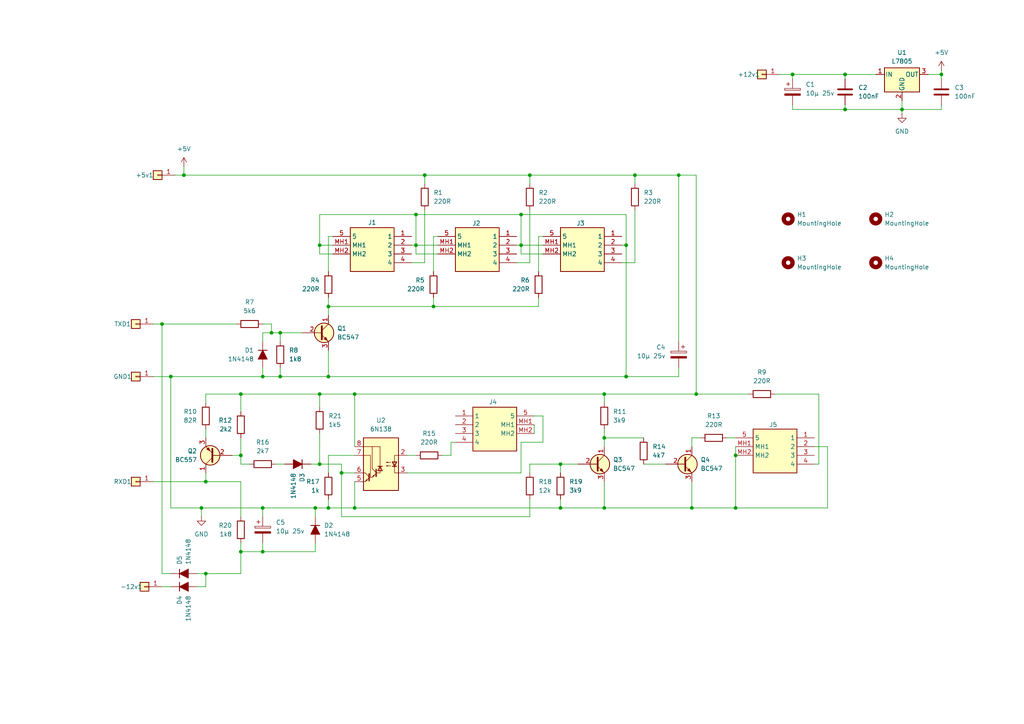
<source format=kicad_sch>
(kicad_sch (version 20250114) (generator "eeschema") (generator_version "9.0")
  (paper "A4")
  (lib_symbols
    (symbol "Connector_Generic:Conn_01x01" (pin_names (offset 1.016) (hide yes))
      (property "Reference" "J" (at 0 2.54 0))
      (property "Value" "Conn_01x01" (at 0 -2.54 0))
      (symbol "Conn_01x01_1_1"
        (rectangle (start -1.27 1.27) (end 1.27 -1.27) (stroke (width 0.254)) (fill (type background)))
        (rectangle (start -1.27 0.127) (end 0 -0.127) (stroke (width 0.1524)))
        (pin passive line (at -5.08 0 0) (length 3.81) (name "Pin_1") (number "1"))
      )
    )
    (symbol "Device:C" (pin_numbers (hide yes)) (pin_names (offset 0.254))
      (property "Reference" "C" (at 0.635 2.54 0))
      (property "Value" "C" (at 0.635 -2.54 0))
      (symbol "C_0_1"
        (polyline (pts (xy -2.032 0.762) (xy 2.032 0.762)) (stroke (width 0.508)))
        (polyline (pts (xy -2.032 -0.762) (xy 2.032 -0.762)) (stroke (width 0.508)))
      )
      (symbol "C_1_1"
        (pin passive line (at 0 3.81 270) (length 2.794) (name "~") (number "1"))
        (pin passive line (at 0 -3.81 90) (length 2.794) (name "~") (number "2"))
      )
    )
    (symbol "Device:C_Polarized" (pin_numbers (hide yes)) (pin_names (offset 0.254))
      (property "Reference" "C" (at 0.635 2.54 0))
      (property "Value" "C_Polarized" (at 0.635 -2.54 0))
      (symbol "C_Polarized_0_1"
        (rectangle (start -2.286 0.508) (end 2.286 1.016))
        (polyline (pts (xy -1.778 2.286) (xy -0.762 2.286)))
        (polyline (pts (xy -1.27 2.794) (xy -1.27 1.778)))
        (rectangle (start 2.286 -0.508) (end -2.286 -1.016) (fill (type outline)))
      )
      (symbol "C_Polarized_1_1"
        (pin passive line (at 0 3.81 270) (length 2.794) (name "~") (number "1"))
        (pin passive line (at 0 -3.81 90) (length 2.794) (name "~") (number "2"))
      )
    )
    (symbol "Device:R" (pin_numbers (hide yes)) (pin_names (offset 0))
      (property "Reference" "R" (at 2.032 0 90))
      (property "Value" "R" (at 0 0 90))
      (symbol "R_0_1"
        (rectangle (start -1.016 -2.54) (end 1.016 2.54) (stroke (width 0.254)))
      )
      (symbol "R_1_1"
        (pin passive line (at 0 3.81 270) (length 1.27) (name "~") (number "1"))
        (pin passive line (at 0 -3.81 90) (length 1.27) (name "~") (number "2"))
      )
    )
    (symbol "Isolator:6N138" (pin_names (offset 1.016) (hide yes))
      (property "Reference" "U" (at -4.064 8.89 0))
      (property "Value" "6N138" (at 2.286 8.89 0))
      (symbol "6N138_0_1"
        (rectangle (start -5.08 7.62) (end 5.08 -7.62) (stroke (width 0.254)) (fill (type background)))
        (polyline (pts (xy -5.08 -2.54) (xy -3.937 -2.54) (xy -3.937 2.54) (xy -5.08 2.54)))
        (polyline (pts (xy -4.572 -0.635) (xy -3.302 -0.635)) (stroke (width 0.254)))
        (polyline (pts (xy -3.937 -0.635) (xy -4.572 0.635) (xy -3.302 0.635) (xy -3.937 -0.635)) (stroke (width 0.254)))
        (polyline (pts (xy -2.794 0.508) (xy -1.524 0.508) (xy -1.905 0.381) (xy -1.905 0.635) (xy -1.524 0.508)))
        (polyline (pts (xy -2.794 -0.508) (xy -1.524 -0.508) (xy -1.905 -0.635) (xy -1.905 -0.381) (xy -1.524 -0.508)))
        (polyline (pts (xy 0.254 -0.635) (xy 0.889 -1.905) (xy -0.381 -1.905) (xy 0.254 -0.635)) (stroke (width 0.254)))
        (polyline (pts (xy 0.889 -0.635) (xy -0.381 -0.635)) (stroke (width 0.254)))
        (polyline (pts (xy 1.27 -2.54) (xy 0.254 -2.54) (xy 0.254 5.08) (xy 2.54 5.08)))
        (polyline (pts (xy 1.397 -1.524) (xy 1.397 -3.556) (xy 1.397 -3.556)) (stroke (width 0.3556)))
        (polyline (pts (xy 1.397 -2.413) (xy 2.54 -1.27)))
        (polyline (pts (xy 1.397 -2.667) (xy 2.54 -3.81)))
        (polyline (pts (xy 2.413 -3.683) (xy 2.159 -3.175) (xy 1.905 -3.429) (xy 2.413 -3.683)))
        (polyline (pts (xy 2.54 -1.27) (xy 2.54 5.08) (xy 5.08 5.08)))
        (polyline (pts (xy 2.54 -3.81) (xy 3.175 -3.81)))
        (polyline (pts (xy 3.429 -2.794) (xy 3.429 -4.826) (xy 3.429 -4.826)) (stroke (width 0.3556)))
        (polyline (pts (xy 3.429 -3.683) (xy 4.572 -2.54)))
        (polyline (pts (xy 3.429 -3.937) (xy 4.572 -5.08)))
        (polyline (pts (xy 4.445 -4.953) (xy 4.191 -4.445) (xy 3.937 -4.699) (xy 4.445 -4.953)))
        (polyline (pts (xy 4.572 -2.54) (xy 5.08 -2.54)))
        (polyline (pts (xy 4.572 -5.08) (xy 5.08 -5.08)))
        (polyline (pts (xy 5.08 2.54) (xy 3.048 2.54) (xy 3.048 -3.81)))
      )
      (symbol "6N138_1_1"
        (pin passive line (at -7.62 2.54 0) (length 2.54) (name "C1") (number "2"))
        (pin passive line (at -7.62 -2.54 0) (length 2.54) (name "C2") (number "3"))
        (pin no_connect line (at -5.08 5.08 0) (length 2.54) (hide yes) (name "NC") (number "1"))
        (pin no_connect line (at -5.08 -5.08 0) (length 2.54) (hide yes) (name "NC") (number "4"))
        (pin passive line (at 7.62 5.08 180) (length 2.54) (name "VCC") (number "8"))
        (pin passive line (at 7.62 2.54 180) (length 2.54) (name "VO1") (number "7"))
        (pin passive line (at 7.62 -2.54 180) (length 2.54) (name "VO2") (number "6"))
        (pin passive line (at 7.62 -5.08 180) (length 2.54) (name "GND") (number "5"))
      )
    )
    (symbol "KCDX-5S-N:KCDX-5S-N"
      (property "Reference" "J" (at 19.05 7.62 0))
      (property "Value" "KCDX-5S-N" (at 19.05 5.08 0))
      (symbol "KCDX-5S-N_1_1"
        (rectangle (start 5.08 2.54) (end 17.78 -10.16) (stroke (width 0.254)) (fill (type background)))
        (pin passive line (at 0 0 0) (length 5.08) (name "1") (number "1"))
        (pin passive line (at 0 -2.54 0) (length 5.08) (name "2") (number "2"))
        (pin passive line (at 0 -5.08 0) (length 5.08) (name "3") (number "3"))
        (pin passive line (at 0 -7.62 0) (length 5.08) (name "4") (number "4"))
        (pin passive line (at 22.86 0 180) (length 5.08) (name "5") (number "5"))
        (pin passive line (at 22.86 -2.54 180) (length 5.08) (name "MH1") (number "MH1"))
        (pin passive line (at 22.86 -5.08 180) (length 5.08) (name "MH2") (number "MH2"))
      )
    )
    (symbol "Mechanical:MountingHole" (pin_names (offset 1.016)) (in_bom no)
      (property "Reference" "H" (at 0 5.08 0))
      (property "Value" "MountingHole" (at 0 3.175 0))
      (symbol "MountingHole_0_1"
        (circle (center 0 0) (radius 1.27) (stroke (width 1.27)))
      )
    )
    (symbol "PCM_Diode_AKL:1N4148" (pin_numbers (hide yes)) (pin_names (offset 1.016) (hide yes))
      (property "Reference" "D" (at 0 5.08 0))
      (property "Value" "1N4148" (at 0 2.54 0))
      (symbol "1N4148_0_1"
        (polyline (pts (xy -1.27 1.27) (xy -1.27 -1.27) (xy 1.27 0) (xy -1.27 1.27)) (stroke (width 0.254)) (fill (type outline)))
        (polyline (pts (xy -1.27 0) (xy 1.27 0)))
        (polyline (pts (xy 1.27 1.27) (xy 1.27 -1.27)) (stroke (width 0.254)))
      )
      (symbol "1N4148_0_2"
        (polyline (pts (xy -2.54 -2.54) (xy 2.54 2.54)))
        (polyline (pts (xy -0.889 -0.889) (xy -1.778 0) (xy 0.889 0.889) (xy 0 -1.778) (xy -0.889 -0.889)) (stroke (width 0.254)) (fill (type outline)))
        (polyline (pts (xy 0 1.778) (xy 1.778 0)) (stroke (width 0.254)))
      )
      (symbol "1N4148_1_1"
        (pin passive line (at -3.81 0 0) (length 2.54) (name "A") (number "2"))
        (pin passive line (at 3.81 0 180) (length 2.54) (name "K") (number "1"))
      )
      (symbol "1N4148_1_2"
        (pin passive line (at -2.54 -2.54 0) (length 0) (name "A") (number "2"))
        (pin passive line (at 2.54 2.54 180) (length 0) (name "K") (number "1"))
      )
    )
    (symbol "PCM_Transistor_BJT_AKL:BC547" (pin_names (hide yes))
      (property "Reference" "Q" (at 5.08 1.27 0))
      (property "Value" "BC547" (at 5.08 -1.27 0))
      (symbol "BC547_0_1"
        (polyline (pts (xy 0.635 1.905) (xy 0.635 -1.905) (xy 0.635 -1.905)) (stroke (width 0.508)))
        (polyline (pts (xy 0.635 0.635) (xy 2.54 2.54)))
        (polyline (pts (xy 0.635 -0.635) (xy 2.54 -2.54) (xy 2.54 -2.54)))
        (circle (center 1.27 0) (radius 2.8194) (stroke (width 0.254)) (fill (type background)))
        (polyline (pts (xy 1.27 -1.778) (xy 1.778 -1.27) (xy 2.286 -2.286) (xy 1.27 -1.778) (xy 1.27 -1.778)) (fill (type outline)))
      )
      (symbol "BC547_1_1"
        (pin input line (at -5.08 0 0) (length 5.715) (name "B") (number "2"))
        (pin passive line (at 2.54 5.08 270) (length 2.54) (name "C") (number "1"))
        (pin passive line (at 2.54 -5.08 90) (length 2.54) (name "E") (number "3"))
      )
    )
    (symbol "PCM_Transistor_BJT_AKL:BC557" (pin_names (hide yes))
      (property "Reference" "Q" (at 5.08 1.27 0))
      (property "Value" "BC557" (at 5.08 -1.27 0))
      (symbol "BC557_0_1"
        (polyline (pts (xy 0.635 0.635) (xy 2.54 2.54) (xy 2.54 2.54)))
        (polyline (pts (xy 0.635 -0.635) (xy 2.54 -2.54)))
        (polyline (pts (xy 0.635 -1.905) (xy 0.635 1.905) (xy 0.635 1.905)) (stroke (width 0.508)))
        (circle (center 1.27 0) (radius 2.8194) (stroke (width 0.254)) (fill (type background)))
        (polyline (pts (xy 2.286 1.778) (xy 1.778 2.286) (xy 1.27 1.27) (xy 2.286 1.778) (xy 2.286 1.778)) (fill (type outline)))
      )
      (symbol "BC557_1_1"
        (pin input line (at -5.08 0 0) (length 5.715) (name "B") (number "2"))
        (pin passive line (at 2.54 5.08 270) (length 2.54) (name "E") (number "3"))
        (pin passive line (at 2.54 -5.08 90) (length 2.54) (name "C") (number "1"))
      )
    )
    (symbol "Regulator_Linear:L7805" (pin_names (offset 0.254))
      (property "Reference" "U" (at -3.81 3.175 0))
      (property "Value" "L7805" (at 0 3.175 0))
      (symbol "L7805_0_1"
        (rectangle (start -5.08 1.905) (end 5.08 -5.08) (stroke (width 0.254)) (fill (type background)))
      )
      (symbol "L7805_1_1"
        (pin power_in line (at -7.62 0 0) (length 2.54) (name "IN") (number "1"))
        (pin power_in line (at 0 -7.62 90) (length 2.54) (name "GND") (number "2"))
        (pin power_out line (at 7.62 0 180) (length 2.54) (name "OUT") (number "3"))
      )
    )
    (symbol "power:+5V" (power) (pin_numbers (hide yes)) (pin_names (offset 0) (hide yes))
      (property "Value" "+5V" (at 0 3.556 0))
      (symbol "+5V_0_1"
        (polyline (pts (xy -0.762 1.27) (xy 0 2.54)))
        (polyline (pts (xy 0 2.54) (xy 0.762 1.27)))
        (polyline (pts (xy 0 0) (xy 0 2.54)))
      )
      (symbol "+5V_1_1"
        (pin power_in line (at 0 0 90) (length 0) (name "~") (number "1"))
      )
    )
    (symbol "power:GND" (power) (pin_numbers (hide yes)) (pin_names (offset 0) (hide yes))
      (property "Value" "GND" (at 0 -3.81 0))
      (symbol "GND_0_1"
        (polyline (pts (xy 0 0) (xy 0 -1.27) (xy 1.27 -1.27) (xy 0 -2.54) (xy -1.27 -1.27) (xy 0 -1.27)))
      )
      (symbol "GND_1_1"
        (pin power_in line (at 0 0 270) (length 0) (name "~") (number "1"))
      )
    )
  )
  (junction (at 91.44 147.32))
  (junction (at 181.61 109.22))
  (junction (at 153.67 50.8))
  (junction (at 125.73 88.9))
  (junction (at 49.53 109.22))
  (junction (at 120.65 62.23))
  (junction (at 120.65 71.12))
  (junction (at 175.26 114.3))
  (junction (at 184.15 50.8))
  (junction (at 99.06 137.16))
  (junction (at 92.71 134.62))
  (junction (at 81.28 96.52))
  (junction (at 81.28 109.22))
  (junction (at 151.13 71.12))
  (junction (at 213.36 132.08))
  (junction (at 92.71 114.3))
  (junction (at 69.85 160.02))
  (junction (at 261.62 31.75))
  (junction (at 213.36 147.32))
  (junction (at 196.85 50.8))
  (junction (at 95.25 109.22))
  (junction (at 175.26 127))
  (junction (at 95.25 147.32))
  (junction (at 46.99 93.98))
  (junction (at 200.66 147.32))
  (junction (at 95.25 88.9))
  (junction (at 92.71 71.12))
  (junction (at 102.87 147.32))
  (junction (at 53.34 50.8))
  (junction (at 78.74 96.52))
  (junction (at 273.05 21.59))
  (junction (at 58.42 147.32))
  (junction (at 175.26 147.32))
  (junction (at 245.11 31.75))
  (junction (at 229.87 21.59))
  (junction (at 59.69 166.37))
  (junction (at 151.13 62.23))
  (junction (at 162.56 134.62))
  (junction (at 76.2 109.22))
  (junction (at 201.93 114.3))
  (junction (at 181.61 71.12))
  (junction (at 76.2 147.32))
  (junction (at 59.69 139.7))
  (junction (at 76.2 160.02))
  (junction (at 162.56 147.32))
  (junction (at 123.19 50.8))
  (junction (at 69.85 132.08))
  (junction (at 102.87 114.3))
  (junction (at 69.85 114.3))
  (junction (at 245.11 21.59))
  (wire (pts (xy 151.13 137.16) (xy 151.13 128.27)))
  (wire (pts (xy 59.69 166.37) (xy 69.85 166.37)))
  (wire (pts (xy 184.15 53.34) (xy 184.15 50.8)))
  (wire (pts (xy 213.36 129.54) (xy 213.36 132.08)))
  (wire (pts (xy 240.03 129.54) (xy 240.03 147.32)))
  (wire (pts (xy 184.15 60.96) (xy 184.15 76.2)))
  (wire (pts (xy 229.87 30.48) (xy 229.87 31.75)))
  (wire (pts (xy 69.85 114.3) (xy 92.71 114.3)))
  (wire (pts (xy 46.99 170.18) (xy 49.53 170.18)))
  (wire (pts (xy 102.87 147.32) (xy 95.25 147.32)))
  (wire (pts (xy 196.85 50.8) (xy 196.85 99.06)))
  (wire (pts (xy 81.28 109.22) (xy 76.2 109.22)))
  (wire (pts (xy 123.19 50.8) (xy 153.67 50.8)))
  (wire (pts (xy 245.11 30.48) (xy 245.11 31.75)))
  (wire (pts (xy 81.28 96.52) (xy 78.74 96.52)))
  (wire (pts (xy 91.44 160.02) (xy 76.2 160.02)))
  (wire (pts (xy 95.25 144.78) (xy 95.25 147.32)))
  (wire (pts (xy 120.65 71.12) (xy 127 71.12)))
  (wire (pts (xy 102.87 114.3) (xy 175.26 114.3)))
  (wire (pts (xy 156.21 68.58) (xy 157.48 68.58)))
  (wire (pts (xy 273.05 30.48) (xy 273.05 31.75)))
  (wire (pts (xy 92.71 73.66) (xy 92.71 71.12)))
  (wire (pts (xy 95.25 109.22) (xy 181.61 109.22)))
  (wire (pts (xy 69.85 114.3) (xy 69.85 119.38)))
  (wire (pts (xy 200.66 127) (xy 203.2 127)))
  (wire (pts (xy 127 73.66) (xy 120.65 73.66)))
  (wire (pts (xy 236.22 129.54) (xy 240.03 129.54)))
  (wire (pts (xy 236.22 134.62) (xy 237.49 134.62)))
  (wire (pts (xy 125.73 86.36) (xy 125.73 88.9)))
  (wire (pts (xy 76.2 96.52) (xy 76.2 99.06)))
  (wire (pts (xy 181.61 62.23) (xy 181.61 71.12)))
  (wire (pts (xy 261.62 31.75) (xy 273.05 31.75)))
  (wire (pts (xy 213.36 147.32) (xy 240.03 147.32)))
  (wire (pts (xy 44.45 139.7) (xy 59.69 139.7)))
  (wire (pts (xy 128.27 132.08) (xy 130.81 132.08)))
  (wire (pts (xy 69.85 132.08) (xy 69.85 134.62)))
  (wire (pts (xy 157.48 128.27) (xy 157.48 120.65)))
  (wire (pts (xy 180.34 76.2) (xy 184.15 76.2)))
  (wire (pts (xy 201.93 114.3) (xy 217.17 114.3)))
  (wire (pts (xy 92.71 71.12) (xy 92.71 62.23)))
  (wire (pts (xy 237.49 134.62) (xy 237.49 114.3)))
  (wire (pts (xy 175.26 127) (xy 175.26 129.54)))
  (wire (pts (xy 91.44 147.32) (xy 91.44 149.86)))
  (wire (pts (xy 81.28 96.52) (xy 81.28 99.06)))
  (wire (pts (xy 156.21 78.74) (xy 156.21 68.58)))
  (wire (pts (xy 102.87 139.7) (xy 102.87 147.32)))
  (wire (pts (xy 184.15 50.8) (xy 196.85 50.8)))
  (wire (pts (xy 76.2 109.22) (xy 76.2 106.68)))
  (wire (pts (xy 149.86 76.2) (xy 153.67 76.2)))
  (wire (pts (xy 162.56 134.62) (xy 162.56 137.16)))
  (wire (pts (xy 59.69 166.37) (xy 59.69 170.18)))
  (wire (pts (xy 153.67 50.8) (xy 184.15 50.8)))
  (wire (pts (xy 92.71 62.23) (xy 120.65 62.23)))
  (wire (pts (xy 153.67 137.16) (xy 153.67 134.62)))
  (wire (pts (xy 181.61 109.22) (xy 196.85 109.22)))
  (wire (pts (xy 99.06 134.62) (xy 99.06 137.16)))
  (wire (pts (xy 269.24 21.59) (xy 273.05 21.59)))
  (wire (pts (xy 120.65 71.12) (xy 120.65 73.66)))
  (wire (pts (xy 224.79 114.3) (xy 237.49 114.3)))
  (wire (pts (xy 57.15 170.18) (xy 59.69 170.18)))
  (wire (pts (xy 59.69 139.7) (xy 69.85 139.7)))
  (wire (pts (xy 175.26 147.32) (xy 162.56 147.32)))
  (wire (pts (xy 95.25 101.6) (xy 95.25 109.22)))
  (wire (pts (xy 120.65 62.23) (xy 151.13 62.23)))
  (wire (pts (xy 154.94 120.65) (xy 157.48 120.65)))
  (wire (pts (xy 119.38 76.2) (xy 123.19 76.2)))
  (wire (pts (xy 46.99 93.98) (xy 68.58 93.98)))
  (wire (pts (xy 92.71 71.12) (xy 96.52 71.12)))
  (wire (pts (xy 261.62 31.75) (xy 261.62 33.02)))
  (wire (pts (xy 125.73 88.9) (xy 156.21 88.9)))
  (wire (pts (xy 157.48 73.66) (xy 151.13 73.66)))
  (wire (pts (xy 78.74 96.52) (xy 76.2 96.52)))
  (wire (pts (xy 162.56 144.78) (xy 162.56 147.32)))
  (wire (pts (xy 196.85 106.68) (xy 196.85 109.22)))
  (wire (pts (xy 58.42 147.32) (xy 58.42 149.86)))
  (wire (pts (xy 201.93 50.8) (xy 201.93 114.3)))
  (wire (pts (xy 69.85 139.7) (xy 69.85 149.86)))
  (wire (pts (xy 95.25 132.08) (xy 95.25 137.16)))
  (wire (pts (xy 229.87 31.75) (xy 245.11 31.75)))
  (wire (pts (xy 213.36 132.08) (xy 213.36 147.32)))
  (wire (pts (xy 76.2 93.98) (xy 78.74 93.98)))
  (wire (pts (xy 69.85 157.48) (xy 69.85 160.02)))
  (wire (pts (xy 76.2 147.32) (xy 76.2 149.86)))
  (wire (pts (xy 156.21 86.36) (xy 156.21 88.9)))
  (wire (pts (xy 175.26 139.7) (xy 175.26 147.32)))
  (wire (pts (xy 67.31 132.08) (xy 69.85 132.08)))
  (wire (pts (xy 59.69 114.3) (xy 59.69 116.84)))
  (wire (pts (xy 123.19 50.8) (xy 123.19 53.34)))
  (wire (pts (xy 46.99 93.98) (xy 46.99 166.37)))
  (wire (pts (xy 229.87 22.86) (xy 229.87 21.59)))
  (wire (pts (xy 151.13 71.12) (xy 157.48 71.12)))
  (wire (pts (xy 90.17 134.62) (xy 92.71 134.62)))
  (wire (pts (xy 58.42 147.32) (xy 76.2 147.32)))
  (wire (pts (xy 153.67 144.78) (xy 153.67 149.86)))
  (wire (pts (xy 261.62 29.21) (xy 261.62 31.75)))
  (wire (pts (xy 99.06 149.86) (xy 99.06 137.16)))
  (wire (pts (xy 102.87 114.3) (xy 102.87 129.54)))
  (wire (pts (xy 44.45 93.98) (xy 46.99 93.98)))
  (wire (pts (xy 151.13 71.12) (xy 151.13 62.23)))
  (wire (pts (xy 59.69 137.16) (xy 59.69 139.7)))
  (wire (pts (xy 201.93 50.8) (xy 196.85 50.8)))
  (wire (pts (xy 49.53 109.22) (xy 49.53 147.32)))
  (wire (pts (xy 125.73 78.74) (xy 125.73 68.58)))
  (wire (pts (xy 210.82 127) (xy 213.36 127)))
  (wire (pts (xy 102.87 137.16) (xy 99.06 137.16)))
  (wire (pts (xy 78.74 96.52) (xy 78.74 93.98)))
  (wire (pts (xy 149.86 71.12) (xy 151.13 71.12)))
  (wire (pts (xy 95.25 78.74) (xy 95.25 68.58)))
  (wire (pts (xy 153.67 50.8) (xy 153.67 53.34)))
  (wire (pts (xy 186.69 134.62) (xy 193.04 134.62)))
  (wire (pts (xy 175.26 127) (xy 186.69 127)))
  (wire (pts (xy 76.2 160.02) (xy 69.85 160.02)))
  (wire (pts (xy 69.85 127) (xy 69.85 132.08)))
  (wire (pts (xy 44.45 109.22) (xy 49.53 109.22)))
  (wire (pts (xy 49.53 109.22) (xy 76.2 109.22)))
  (wire (pts (xy 154.94 123.19) (xy 154.94 125.73)))
  (wire (pts (xy 245.11 21.59) (xy 254 21.59)))
  (wire (pts (xy 120.65 71.12) (xy 120.65 62.23)))
  (wire (pts (xy 96.52 73.66) (xy 92.71 73.66)))
  (wire (pts (xy 72.39 134.62) (xy 69.85 134.62)))
  (wire (pts (xy 59.69 114.3) (xy 69.85 114.3)))
  (wire (pts (xy 95.25 68.58) (xy 96.52 68.58)))
  (wire (pts (xy 125.73 68.58) (xy 127 68.58)))
  (wire (pts (xy 95.25 109.22) (xy 81.28 109.22)))
  (wire (pts (xy 50.8 50.8) (xy 53.34 50.8)))
  (wire (pts (xy 130.81 132.08) (xy 130.81 128.27)))
  (wire (pts (xy 181.61 71.12) (xy 181.61 109.22)))
  (wire (pts (xy 153.67 60.96) (xy 153.67 76.2)))
  (wire (pts (xy 91.44 157.48) (xy 91.44 160.02)))
  (wire (pts (xy 200.66 139.7) (xy 200.66 147.32)))
  (wire (pts (xy 95.25 86.36) (xy 95.25 88.9)))
  (wire (pts (xy 81.28 106.68) (xy 81.28 109.22)))
  (wire (pts (xy 69.85 166.37) (xy 69.85 160.02)))
  (wire (pts (xy 151.13 62.23) (xy 181.61 62.23)))
  (wire (pts (xy 87.63 96.52) (xy 81.28 96.52)))
  (wire (pts (xy 226.06 21.59) (xy 229.87 21.59)))
  (wire (pts (xy 76.2 157.48) (xy 76.2 160.02)))
  (wire (pts (xy 57.15 166.37) (xy 59.69 166.37)))
  (wire (pts (xy 92.71 114.3) (xy 102.87 114.3)))
  (wire (pts (xy 175.26 124.46) (xy 175.26 127)))
  (wire (pts (xy 49.53 166.37) (xy 46.99 166.37)))
  (wire (pts (xy 53.34 48.26) (xy 53.34 50.8)))
  (wire (pts (xy 119.38 71.12) (xy 120.65 71.12)))
  (wire (pts (xy 118.11 132.08) (xy 120.65 132.08)))
  (wire (pts (xy 76.2 147.32) (xy 91.44 147.32)))
  (wire (pts (xy 200.66 129.54) (xy 200.66 127)))
  (wire (pts (xy 245.11 21.59) (xy 245.11 22.86)))
  (wire (pts (xy 153.67 149.86) (xy 99.06 149.86)))
  (wire (pts (xy 95.25 88.9) (xy 95.25 91.44)))
  (wire (pts (xy 200.66 147.32) (xy 175.26 147.32)))
  (wire (pts (xy 151.13 128.27) (xy 157.48 128.27)))
  (wire (pts (xy 162.56 134.62) (xy 167.64 134.62)))
  (wire (pts (xy 53.34 50.8) (xy 123.19 50.8)))
  (wire (pts (xy 200.66 147.32) (xy 213.36 147.32)))
  (wire (pts (xy 102.87 132.08) (xy 95.25 132.08)))
  (wire (pts (xy 92.71 114.3) (xy 92.71 118.11)))
  (wire (pts (xy 91.44 147.32) (xy 95.25 147.32)))
  (wire (pts (xy 229.87 21.59) (xy 245.11 21.59)))
  (wire (pts (xy 273.05 21.59) (xy 273.05 22.86)))
  (wire (pts (xy 95.25 88.9) (xy 125.73 88.9)))
  (wire (pts (xy 130.81 128.27) (xy 132.08 128.27)))
  (wire (pts (xy 58.42 147.32) (xy 49.53 147.32)))
  (wire (pts (xy 153.67 134.62) (xy 162.56 134.62)))
  (wire (pts (xy 118.11 137.16) (xy 151.13 137.16)))
  (wire (pts (xy 180.34 71.12) (xy 181.61 71.12)))
  (wire (pts (xy 162.56 147.32) (xy 102.87 147.32)))
  (wire (pts (xy 175.26 114.3) (xy 175.26 116.84)))
  (wire (pts (xy 273.05 20.32) (xy 273.05 21.59)))
  (wire (pts (xy 59.69 124.46) (xy 59.69 127)))
  (wire (pts (xy 80.01 134.62) (xy 82.55 134.62)))
  (wire (pts (xy 151.13 73.66) (xy 151.13 71.12)))
  (wire (pts (xy 92.71 134.62) (xy 99.06 134.62)))
  (wire (pts (xy 123.19 60.96) (xy 123.19 76.2)))
  (wire (pts (xy 245.11 31.75) (xy 261.62 31.75)))
  (wire (pts (xy 175.26 114.3) (xy 201.93 114.3)))
  (wire (pts (xy 92.71 125.73) (xy 92.71 134.62)))
  (symbol (lib_id "PCM_Diode_AKL:1N4148") (at 76.2 102.87 90) (unit 1)
    (property "Reference" "D1" (at 73.66 101.5999 90) (effects (justify left)))
    (property "Value" "1N4148" (at 73.66 104.1399 90) (effects (justify left)))
    (property "Footprint" "Diode_THT:D_DO-35_SOD27_P10.16mm_Horizontal" (effects (hide yes)))
    (property "Datasheet" "https://datasheet.octopart.com/1N4148TR-ON-Semiconductor-datasheet-42765246.pdf" (effects (hide yes)))
    (property "Description" "DO-35 Diode, Small Signal, Fast Switching, 75V, 150mA, 4ns, Alternate KiCad Library" (effects (hide yes)))
  )
  (symbol (lib_id "KCDX-5S-N:KCDX-5S-N") (at 180.34 68.58 0) (mirror y) (unit 1)
    (property "Reference" "J3" (at 168.402 64.77 0))
    (property "Value" "DIN-5_180degree" (effects (hide yes)))
    (property "Footprint" "KCDX-5S-N:KCDX5SN" (effects (hide yes)))
    (property "Datasheet" "http://www.kycon.com/Pub_Eng_Draw/KCDX-5S-N.pdf" (effects (hide yes)))
    (property "Description" "Circular DIN Connectors 5P R/A PCB NON SHLD 10mm CIRC DIN RECPT" (effects (hide yes)))
    (property "Height" "19.5" (effects (hide yes)))
    (property "Mouser Part Number" "806-KCDX-5S-N" (effects (hide yes)))
    (property "Mouser Price/Stock" "https://www.mouser.co.uk/ProductDetail/Kycon/KCDX-5S-N?qs=uMQTibCNu0QKDGeRAj6hLg%3D%3D" (effects (hide yes)))
    (property "Manufacturer_Name" "Kycon" (effects (hide yes)))
    (property "Manufacturer_Part_Number" "KCDX-5S-N" (effects (hide yes)))
  )
  (symbol (lib_id "Device:R") (at 184.15 57.15 0) (unit 1)
    (property "Reference" "R3" (at 186.69 55.8799 0) (effects (justify left)))
    (property "Value" "220R" (at 186.69 58.4199 0) (effects (justify left)))
    (property "Footprint" "PCM_Resistor_THT_AKL:R_Axial_DIN0207_L6.3mm_D2.5mm_P10.16mm_Horizontal" (effects (hide yes)))
    (property "Description" "Resistor" (effects (hide yes)))
  )
  (symbol (lib_id "Mechanical:MountingHole") (at 228.6 76.2 0) (unit 1) (in_bom no)
    (property "Reference" "H3" (at 231.14 74.9299 0) (effects (justify left)))
    (property "Value" "MountingHole" (at 231.14 77.4699 0) (effects (justify left)))
    (property "Footprint" "MountingHole:MountingHole_3.2mm_M3" (effects (hide yes)))
    (property "Description" "Mounting Hole without connection" (effects (hide yes)))
  )
  (symbol (lib_id "PCM_Diode_AKL:1N4148") (at 91.44 153.67 270) (mirror x) (unit 1)
    (property "Reference" "D2" (at 93.98 152.3999 90) (effects (justify left)))
    (property "Value" "1N4148" (at 93.98 154.9399 90) (effects (justify left)))
    (property "Footprint" "Diode_THT:D_DO-35_SOD27_P10.16mm_Horizontal" (effects (hide yes)))
    (property "Datasheet" "https://datasheet.octopart.com/1N4148TR-ON-Semiconductor-datasheet-42765246.pdf" (effects (hide yes)))
    (property "Description" "DO-35 Diode, Small Signal, Fast Switching, 75V, 150mA, 4ns, Alternate KiCad Library" (effects (hide yes)))
  )
  (symbol (lib_id "Device:C") (at 273.05 26.67 0) (unit 1)
    (property "Reference" "C3" (at 276.86 25.3999 0) (effects (justify left)))
    (property "Value" "100nF" (at 276.86 27.9399 0) (effects (justify left)))
    (property "Footprint" "Capacitor_THT:C_Rect_L4.0mm_W2.5mm_P2.50mm" (effects (hide yes)))
    (property "Description" "Unpolarized capacitor" (effects (hide yes)))
  )
  (symbol (lib_id "PCM_Transistor_BJT_AKL:BC547") (at 172.72 134.62 0) (unit 1)
    (property "Reference" "Q3" (at 177.8 133.3499 0) (effects (justify left)))
    (property "Value" "BC547" (at 177.8 135.8899 0) (effects (justify left)))
    (property "Footprint" "PCM_Package_TO_SOT_THT_AKL:TO-92_Inline_Wide_CBE" (effects (hide yes)))
    (property "Datasheet" "https://www.tme.eu/Document/6c5d898a533a0762c2bc33eb26c283a8/BC546-550-DTE.pdf" (effects (hide yes)))
    (property "Description" "NPN TO-92 transistor, 45V, 100mA, 500mW, Complementary to BC557, Alternate KiCAD Library" (effects (hide yes)))
  )
  (symbol (lib_id "Device:R") (at 153.67 57.15 0) (unit 1)
    (property "Reference" "R2" (at 156.21 55.8799 0) (effects (justify left)))
    (property "Value" "220R" (at 156.21 58.4199 0) (effects (justify left)))
    (property "Footprint" "PCM_Resistor_THT_AKL:R_Axial_DIN0207_L6.3mm_D2.5mm_P10.16mm_Horizontal" (effects (hide yes)))
    (property "Description" "Resistor" (effects (hide yes)))
  )
  (symbol (lib_id "power:GND") (at 261.62 33.02 0) (unit 1)
    (property "Reference" "#PWR02" (effects (hide yes)))
    (property "Value" "GND" (at 261.62 38.1 0))
    (property "Description" "Power symbol creates a global label with name \"GND\" , ground" (effects (hide yes)))
  )
  (symbol (lib_id "Device:R") (at 123.19 57.15 0) (unit 1)
    (property "Reference" "R1" (at 125.73 55.8799 0) (effects (justify left)))
    (property "Value" "220R" (at 125.73 58.4199 0) (effects (justify left)))
    (property "Footprint" "PCM_Resistor_THT_AKL:R_Axial_DIN0207_L6.3mm_D2.5mm_P10.16mm_Horizontal" (effects (hide yes)))
    (property "Description" "Resistor" (effects (hide yes)))
  )
  (symbol (lib_id "Mechanical:MountingHole") (at 254 63.5 0) (unit 1) (in_bom no)
    (property "Reference" "H2" (at 256.54 62.2299 0) (effects (justify left)))
    (property "Value" "MountingHole" (at 256.54 64.7699 0) (effects (justify left)))
    (property "Footprint" "MountingHole:MountingHole_3.2mm_M3" (effects (hide yes)))
    (property "Description" "Mounting Hole without connection" (effects (hide yes)))
  )
  (symbol (lib_id "Device:R") (at 81.28 102.87 0) (unit 1)
    (property "Reference" "R8" (at 83.82 101.5999 0) (effects (justify left)))
    (property "Value" "1k8" (at 83.82 104.1399 0) (effects (justify left)))
    (property "Footprint" "PCM_Resistor_THT_AKL:R_Axial_DIN0207_L6.3mm_D2.5mm_P10.16mm_Horizontal" (effects (hide yes)))
    (property "Description" "Resistor" (effects (hide yes)))
  )
  (symbol (lib_id "Connector_Generic:Conn_01x01") (at 39.37 109.22 0) (mirror y) (unit 1)
    (property "Reference" "GND1" (at 35.56 109.22 0))
    (property "Value" "Conn_01x01" (effects (hide yes)))
    (property "Footprint" "Connector_Wire:SolderWire-1.5sqmm_1x01_D1.7mm_OD3.9mm" (effects (hide yes)))
    (property "Description" "Generic connector, single row, 01x01, script generated (kicad-library-utils/schlib/autogen/connector/)" (effects (hide yes)))
  )
  (symbol (lib_id "Device:R") (at 69.85 153.67 0) (mirror x) (unit 1)
    (property "Reference" "R20" (at 67.31 152.3999 0) (effects (justify right)))
    (property "Value" "1k8" (at 67.31 154.9399 0) (effects (justify right)))
    (property "Footprint" "PCM_Resistor_THT_AKL:R_Axial_DIN0207_L6.3mm_D2.5mm_P10.16mm_Horizontal" (effects (hide yes)))
    (property "Description" "Resistor" (effects (hide yes)))
  )
  (symbol (lib_id "Device:R") (at 59.69 120.65 0) (mirror x) (unit 1)
    (property "Reference" "R10" (at 57.15 119.3799 0) (effects (justify right)))
    (property "Value" "82R" (at 57.15 121.9199 0) (effects (justify right)))
    (property "Footprint" "PCM_Resistor_THT_AKL:R_Axial_DIN0207_L6.3mm_D2.5mm_P10.16mm_Horizontal" (effects (hide yes)))
    (property "Description" "Resistor" (effects (hide yes)))
  )
  (symbol (lib_id "Device:R") (at 186.69 130.81 0) (unit 1)
    (property "Reference" "R14" (at 189.23 129.5399 0) (effects (justify left)))
    (property "Value" "4k7" (at 189.23 132.0799 0) (effects (justify left)))
    (property "Footprint" "PCM_Resistor_THT_AKL:R_Axial_DIN0207_L6.3mm_D2.5mm_P10.16mm_Horizontal" (effects (hide yes)))
    (property "Description" "Resistor" (effects (hide yes)))
  )
  (symbol (lib_id "Mechanical:MountingHole") (at 228.6 63.5 0) (unit 1) (in_bom no)
    (property "Reference" "H1" (at 231.14 62.2299 0) (effects (justify left)))
    (property "Value" "MountingHole" (at 231.14 64.7699 0) (effects (justify left)))
    (property "Footprint" "MountingHole:MountingHole_3.2mm_M3" (effects (hide yes)))
    (property "Description" "Mounting Hole without connection" (effects (hide yes)))
  )
  (symbol (lib_id "PCM_Diode_AKL:1N4148") (at 53.34 170.18 180) (unit 1)
    (property "Reference" "D4" (at 52.0699 172.72 90) (effects (justify left)))
    (property "Value" "1N4148" (at 54.6099 172.72 90) (effects (justify left)))
    (property "Footprint" "Diode_THT:D_DO-35_SOD27_P10.16mm_Horizontal" (effects (hide yes)))
    (property "Datasheet" "https://datasheet.octopart.com/1N4148TR-ON-Semiconductor-datasheet-42765246.pdf" (effects (hide yes)))
    (property "Description" "DO-35 Diode, Small Signal, Fast Switching, 75V, 150mA, 4ns, Alternate KiCad Library" (effects (hide yes)))
  )
  (symbol (lib_id "Device:R") (at 72.39 93.98 270) (unit 1)
    (property "Reference" "R7" (at 72.39 87.63 90))
    (property "Value" "5k6" (at 72.39 90.17 90))
    (property "Footprint" "PCM_Resistor_THT_AKL:R_Axial_DIN0207_L6.3mm_D2.5mm_P10.16mm_Horizontal" (effects (hide yes)))
    (property "Description" "Resistor" (effects (hide yes)))
  )
  (symbol (lib_id "Device:C_Polarized") (at 76.2 153.67 0) (unit 1)
    (property "Reference" "C5" (at 80.01 151.5109 0) (effects (justify left)))
    (property "Value" "10µ 25v" (at 80.01 154.0509 0) (effects (justify left)))
    (property "Footprint" "Capacitor_THT:CP_Radial_D5.0mm_P2.00mm" (effects (hide yes)))
    (property "Description" "Polarized capacitor" (effects (hide yes)))
  )
  (symbol (lib_id "Connector_Generic:Conn_01x01") (at 41.91 170.18 0) (mirror y) (unit 1)
    (property "Reference" "-12v1" (at 38.1 170.18 0))
    (property "Value" "Conn_01x01" (effects (hide yes)))
    (property "Footprint" "Connector_Wire:SolderWire-1.5sqmm_1x01_D1.7mm_OD3.9mm" (effects (hide yes)))
    (property "Description" "Generic connector, single row, 01x01, script generated (kicad-library-utils/schlib/autogen/connector/)" (effects (hide yes)))
  )
  (symbol (lib_id "Connector_Generic:Conn_01x01") (at 39.37 93.98 0) (mirror y) (unit 1)
    (property "Reference" "TXD1" (at 35.56 93.98 0))
    (property "Value" "Conn_01x01" (effects (hide yes)))
    (property "Footprint" "Connector_Wire:SolderWire-1.5sqmm_1x01_D1.7mm_OD3.9mm" (effects (hide yes)))
    (property "Description" "Generic connector, single row, 01x01, script generated (kicad-library-utils/schlib/autogen/connector/)" (effects (hide yes)))
  )
  (symbol (lib_id "Device:R") (at 92.71 121.92 0) (mirror y) (unit 1)
    (property "Reference" "R21" (at 95.25 120.6499 0) (effects (justify right)))
    (property "Value" "1k5" (at 95.25 123.1899 0) (effects (justify right)))
    (property "Footprint" "PCM_Resistor_THT_AKL:R_Axial_DIN0207_L6.3mm_D2.5mm_P10.16mm_Horizontal" (effects (hide yes)))
    (property "Description" "Resistor" (effects (hide yes)))
  )
  (symbol (lib_id "Device:R") (at 69.85 123.19 0) (mirror x) (unit 1)
    (property "Reference" "R12" (at 67.31 121.9199 0) (effects (justify right)))
    (property "Value" "2k2" (at 67.31 124.4599 0) (effects (justify right)))
    (property "Footprint" "PCM_Resistor_THT_AKL:R_Axial_DIN0207_L6.3mm_D2.5mm_P10.16mm_Horizontal" (effects (hide yes)))
    (property "Description" "Resistor" (effects (hide yes)))
  )
  (symbol (lib_id "PCM_Diode_AKL:1N4148") (at 53.34 166.37 0) (mirror y) (unit 1)
    (property "Reference" "D5" (at 52.0699 163.83 90) (effects (justify left)))
    (property "Value" "1N4148" (at 54.6099 163.83 90) (effects (justify left)))
    (property "Footprint" "Diode_THT:D_DO-35_SOD27_P10.16mm_Horizontal" (effects (hide yes)))
    (property "Datasheet" "https://datasheet.octopart.com/1N4148TR-ON-Semiconductor-datasheet-42765246.pdf" (effects (hide yes)))
    (property "Description" "DO-35 Diode, Small Signal, Fast Switching, 75V, 150mA, 4ns, Alternate KiCad Library" (effects (hide yes)))
  )
  (symbol (lib_id "Device:R") (at 207.01 127 90) (unit 1)
    (property "Reference" "R13" (at 207.01 120.65 90))
    (property "Value" "220R" (at 207.01 123.19 90))
    (property "Footprint" "PCM_Resistor_THT_AKL:R_Axial_DIN0207_L6.3mm_D2.5mm_P10.16mm_Horizontal" (effects (hide yes)))
    (property "Description" "Resistor" (effects (hide yes)))
  )
  (symbol (lib_id "Device:R") (at 220.98 114.3 90) (unit 1)
    (property "Reference" "R9" (at 220.98 107.95 90))
    (property "Value" "220R" (at 220.98 110.49 90))
    (property "Footprint" "PCM_Resistor_THT_AKL:R_Axial_DIN0207_L6.3mm_D2.5mm_P10.16mm_Horizontal" (effects (hide yes)))
    (property "Description" "Resistor" (effects (hide yes)))
  )
  (symbol (lib_id "PCM_Transistor_BJT_AKL:BC547") (at 198.12 134.62 0) (unit 1)
    (property "Reference" "Q4" (at 203.2 133.3499 0) (effects (justify left)))
    (property "Value" "BC547" (at 203.2 135.8899 0) (effects (justify left)))
    (property "Footprint" "PCM_Package_TO_SOT_THT_AKL:TO-92_Inline_Wide_CBE" (effects (hide yes)))
    (property "Datasheet" "https://www.tme.eu/Document/6c5d898a533a0762c2bc33eb26c283a8/BC546-550-DTE.pdf" (effects (hide yes)))
    (property "Description" "NPN TO-92 transistor, 45V, 100mA, 500mW, Complementary to BC557, Alternate KiCAD Library" (effects (hide yes)))
  )
  (symbol (lib_id "PCM_Transistor_BJT_AKL:BC557") (at 62.23 132.08 0) (mirror y) (unit 1)
    (property "Reference" "Q2" (at 57.15 130.8099 0) (effects (justify left)))
    (property "Value" "BC557" (at 57.15 133.3499 0) (effects (justify left)))
    (property "Footprint" "Package_TO_SOT_THT:TO-92_Inline_Wide" (effects (hide yes)))
    (property "Datasheet" "https://www.tme.eu/Document/19c3b49670dc51eab7374dcc2c4f9200/BC556-BC560.pdf" (effects (hide yes)))
    (property "Description" "PNP TO-92 transistor, 45V, 100mA, 500mW, Complementary to BC547, Alternate KiCAD Library" (effects (hide yes)))
  )
  (symbol (lib_id "KCDX-5S-N:KCDX-5S-N") (at 132.08 120.65 0) (unit 1)
    (property "Reference" "J4" (at 143.002 116.586 0))
    (property "Value" "DIN-5_180degree" (effects (hide yes)))
    (property "Footprint" "KCDX-5S-N:KCDX5SN" (effects (hide yes)))
    (property "Datasheet" "http://www.kycon.com/Pub_Eng_Draw/KCDX-5S-N.pdf" (effects (hide yes)))
    (property "Description" "Circular DIN Connectors 5P R/A PCB NON SHLD 10mm CIRC DIN RECPT" (effects (hide yes)))
  )
  (symbol (lib_id "Connector_Generic:Conn_01x01") (at 45.72 50.8 0) (mirror y) (unit 1)
    (property "Reference" "+5v1" (at 41.91 50.8 0))
    (property "Value" "Conn_01x01" (effects (hide yes)))
    (property "Footprint" "Connector_Wire:SolderWire-1.5sqmm_1x01_D1.7mm_OD3.9mm" (effects (hide yes)))
    (property "Description" "Generic connector, single row, 01x01, script generated (kicad-library-utils/schlib/autogen/connector/)" (effects (hide yes)))
  )
  (symbol (lib_id "power:+5V") (at 273.05 20.32 0) (unit 1)
    (property "Reference" "#PWR01" (effects (hide yes)))
    (property "Value" "+5V" (at 273.05 15.24 0))
    (property "Description" "Power symbol creates a global label with name \"+5V\"" (effects (hide yes)))
  )
  (symbol (lib_id "Device:R") (at 156.21 82.55 0) (mirror y) (unit 1)
    (property "Reference" "R6" (at 153.67 81.2799 0) (effects (justify left)))
    (property "Value" "220R" (at 153.67 83.8199 0) (effects (justify left)))
    (property "Footprint" "PCM_Resistor_THT_AKL:R_Axial_DIN0207_L6.3mm_D2.5mm_P10.16mm_Horizontal" (effects (hide yes)))
    (property "Description" "Resistor" (effects (hide yes)))
  )
  (symbol (lib_id "Device:R") (at 162.56 140.97 0) (unit 1)
    (property "Reference" "R19" (at 165.1 139.6999 0) (effects (justify left)))
    (property "Value" "3k9" (at 165.1 142.2399 0) (effects (justify left)))
    (property "Footprint" "PCM_Resistor_THT_AKL:R_Axial_DIN0207_L6.3mm_D2.5mm_P10.16mm_Horizontal" (effects (hide yes)))
    (property "Description" "Resistor" (effects (hide yes)))
  )
  (symbol (lib_id "Device:C") (at 245.11 26.67 0) (unit 1)
    (property "Reference" "C2" (at 248.92 25.3999 0) (effects (justify left)))
    (property "Value" "100nF" (at 248.92 27.9399 0) (effects (justify left)))
    (property "Footprint" "Capacitor_THT:C_Rect_L4.0mm_W2.5mm_P2.50mm" (effects (hide yes)))
    (property "Description" "Unpolarized capacitor" (effects (hide yes)))
  )
  (symbol (lib_id "Isolator:6N138") (at 110.49 134.62 0) (mirror y) (unit 1)
    (property "Reference" "U2" (at 110.49 121.92 0))
    (property "Value" "6N138" (at 110.49 124.46 0))
    (property "Footprint" "PCM_Package_DIP_AKL:DIP-8_W7.62mm_Socket" (effects (hide yes)))
    (property "Datasheet" "http://www.onsemi.com/pub/Collateral/HCPL2731-D.pdf" (effects (hide yes)))
    (property "Description" "Low Input Current high Gain Split Darlington Optocouplers, -0.5V to 7V VDD, DIP-8" (effects (hide yes)))
  )
  (symbol (lib_id "Regulator_Linear:L7805") (at 261.62 21.59 0) (unit 1)
    (property "Reference" "U1" (at 261.62 15.24 0))
    (property "Value" "L7805" (at 261.62 17.78 0))
    (property "Footprint" "Package_TO_SOT_THT:TO-220-3_Vertical" (effects (hide yes)))
    (property "Datasheet" "http://www.st.com/content/ccc/resource/technical/document/datasheet/41/4f/b3/b0/12/d4/47/88/CD00000444.pdf/files/CD00000444.pdf/jcr:content/translations/en.CD00000444.pdf" (effects (hide yes)))
    (property "Description" "Positive 1.5A 35V Linear Regulator, Fixed Output 5V, TO-220/TO-263/TO-252" (effects (hide yes)))
  )
  (symbol (lib_id "Mechanical:MountingHole") (at 254 76.2 0) (unit 1) (in_bom no)
    (property "Reference" "H4" (at 256.54 74.9299 0) (effects (justify left)))
    (property "Value" "MountingHole" (at 256.54 77.4699 0) (effects (justify left)))
    (property "Footprint" "MountingHole:MountingHole_3.2mm_M3" (effects (hide yes)))
    (property "Description" "Mounting Hole without connection" (effects (hide yes)))
  )
  (symbol (lib_id "KCDX-5S-N:KCDX-5S-N") (at 236.22 127 0) (mirror y) (unit 1)
    (property "Reference" "J5" (at 224.282 123.19 0))
    (property "Value" "DIN-5_180degree" (effects (hide yes)))
    (property "Footprint" "KCDX-5S-N:KCDX5SN" (effects (hide yes)))
    (property "Datasheet" "http://www.kycon.com/Pub_Eng_Draw/KCDX-5S-N.pdf" (effects (hide yes)))
    (property "Description" "Circular DIN Connectors 5P R/A PCB NON SHLD 10mm CIRC DIN RECPT" (effects (hide yes)))
  )
  (symbol (lib_id "Device:C_Polarized") (at 229.87 26.67 0) (unit 1)
    (property "Reference" "C1" (at 233.68 24.5109 0) (effects (justify left)))
    (property "Value" "10µ 25v" (at 233.68 27.0509 0) (effects (justify left)))
    (property "Footprint" "Capacitor_THT:CP_Radial_D5.0mm_P2.00mm" (effects (hide yes)))
    (property "Description" "Polarized capacitor" (effects (hide yes)))
  )
  (symbol (lib_id "PCM_Diode_AKL:1N4148") (at 86.36 134.62 0) (mirror x) (unit 1)
    (property "Reference" "D3" (at 87.6301 137.16 90) (effects (justify left)))
    (property "Value" "1N4148" (at 85.0901 137.16 90) (effects (justify left)))
    (property "Footprint" "Diode_THT:D_DO-35_SOD27_P10.16mm_Horizontal" (effects (hide yes)))
    (property "Datasheet" "https://datasheet.octopart.com/1N4148TR-ON-Semiconductor-datasheet-42765246.pdf" (effects (hide yes)))
    (property "Description" "DO-35 Diode, Small Signal, Fast Switching, 75V, 150mA, 4ns, Alternate KiCad Library" (effects (hide yes)))
  )
  (symbol (lib_id "Device:R") (at 175.26 120.65 0) (unit 1)
    (property "Reference" "R11" (at 177.8 119.3799 0) (effects (justify left)))
    (property "Value" "3k9" (at 177.8 121.9199 0) (effects (justify left)))
    (property "Footprint" "PCM_Resistor_THT_AKL:R_Axial_DIN0207_L6.3mm_D2.5mm_P10.16mm_Horizontal" (effects (hide yes)))
    (property "Description" "Resistor" (effects (hide yes)))
  )
  (symbol (lib_id "Device:R") (at 76.2 134.62 90) (mirror x) (unit 1)
    (property "Reference" "R16" (at 76.2 128.27 90))
    (property "Value" "2k7" (at 76.2 130.81 90))
    (property "Footprint" "PCM_Resistor_THT_AKL:R_Axial_DIN0207_L6.3mm_D2.5mm_P10.16mm_Horizontal" (effects (hide yes)))
    (property "Description" "Resistor" (effects (hide yes)))
  )
  (symbol (lib_id "KCDX-5S-N:KCDX-5S-N") (at 119.38 68.58 0) (mirror y) (unit 1)
    (property "Reference" "J1" (at 107.95 64.516 0))
    (property "Value" "DIN-5_180degree" (effects (hide yes)))
    (property "Footprint" "KCDX-5S-N:KCDX5SN" (effects (hide yes)))
    (property "Datasheet" "http://www.kycon.com/Pub_Eng_Draw/KCDX-5S-N.pdf" (effects (hide yes)))
    (property "Description" "Circular DIN Connectors 5P R/A PCB NON SHLD 10mm CIRC DIN RECPT" (effects (hide yes)))
    (property "Height" "19.5" (effects (hide yes)))
    (property "Mouser Part Number" "806-KCDX-5S-N" (effects (hide yes)))
    (property "Mouser Price/Stock" "https://www.mouser.co.uk/ProductDetail/Kycon/KCDX-5S-N?qs=uMQTibCNu0QKDGeRAj6hLg%3D%3D" (effects (hide yes)))
    (property "Manufacturer_Name" "Kycon" (effects (hide yes)))
    (property "Manufacturer_Part_Number" "KCDX-5S-N" (effects (hide yes)))
  )
  (symbol (lib_id "Device:R") (at 95.25 140.97 0) (mirror y) (unit 1)
    (property "Reference" "R17" (at 92.71 139.6999 0) (effects (justify left)))
    (property "Value" "1k" (at 92.71 142.2399 0) (effects (justify left)))
    (property "Footprint" "PCM_Resistor_THT_AKL:R_Axial_DIN0207_L6.3mm_D2.5mm_P10.16mm_Horizontal" (effects (hide yes)))
    (property "Description" "Resistor" (effects (hide yes)))
  )
  (symbol (lib_id "Connector_Generic:Conn_01x01") (at 39.37 139.7 0) (mirror y) (unit 1)
    (property "Reference" "RXD1" (at 35.56 139.7 0))
    (property "Value" "Conn_01x01" (effects (hide yes)))
    (property "Footprint" "Connector_Wire:SolderWire-1.5sqmm_1x01_D1.7mm_OD3.9mm" (effects (hide yes)))
    (property "Description" "Generic connector, single row, 01x01, script generated (kicad-library-utils/schlib/autogen/connector/)" (effects (hide yes)))
  )
  (symbol (lib_id "Device:R") (at 153.67 140.97 0) (unit 1)
    (property "Reference" "R18" (at 156.21 139.6999 0) (effects (justify left)))
    (property "Value" "12k" (at 156.21 142.2399 0) (effects (justify left)))
    (property "Footprint" "PCM_Resistor_THT_AKL:R_Axial_DIN0207_L6.3mm_D2.5mm_P10.16mm_Horizontal" (effects (hide yes)))
    (property "Description" "Resistor" (effects (hide yes)))
  )
  (symbol (lib_id "Device:R") (at 95.25 82.55 0) (mirror y) (unit 1)
    (property "Reference" "R4" (at 92.71 81.2799 0) (effects (justify left)))
    (property "Value" "220R" (at 92.71 83.8199 0) (effects (justify left)))
    (property "Footprint" "PCM_Resistor_THT_AKL:R_Axial_DIN0207_L6.3mm_D2.5mm_P10.16mm_Horizontal" (effects (hide yes)))
    (property "Description" "Resistor" (effects (hide yes)))
  )
  (symbol (lib_id "power:+5V") (at 53.34 48.26 0) (unit 1)
    (property "Reference" "#PWR03" (effects (hide yes)))
    (property "Value" "+5V" (at 53.34 43.18 0))
    (property "Description" "Power symbol creates a global label with name \"+5V\"" (effects (hide yes)))
  )
  (symbol (lib_id "power:GND") (at 58.42 149.86 0) (unit 1)
    (property "Reference" "#PWR04" (effects (hide yes)))
    (property "Value" "GND" (at 58.42 154.94 0))
    (property "Description" "Power symbol creates a global label with name \"GND\" , ground" (effects (hide yes)))
  )
  (symbol (lib_id "Device:R") (at 124.46 132.08 90) (unit 1)
    (property "Reference" "R15" (at 124.46 125.73 90))
    (property "Value" "220R" (at 124.46 128.27 90))
    (property "Footprint" "PCM_Resistor_THT_AKL:R_Axial_DIN0207_L6.3mm_D2.5mm_P10.16mm_Horizontal" (effects (hide yes)))
    (property "Description" "Resistor" (effects (hide yes)))
  )
  (symbol (lib_id "Device:C_Polarized") (at 196.85 102.87 0) (mirror y) (unit 1)
    (property "Reference" "C4" (at 193.04 100.7109 0) (effects (justify left)))
    (property "Value" "10µ 25v" (at 193.04 103.2509 0) (effects (justify left)))
    (property "Footprint" "Capacitor_THT:CP_Radial_D5.0mm_P2.00mm" (effects (hide yes)))
    (property "Description" "Polarized capacitor" (effects (hide yes)))
  )
  (symbol (lib_id "KCDX-5S-N:KCDX-5S-N") (at 149.86 68.58 0) (mirror y) (unit 1)
    (property "Reference" "J2" (at 138.176 64.77 0))
    (property "Value" "DIN-5_180degree" (effects (hide yes)))
    (property "Footprint" "KCDX-5S-N:KCDX5SN" (effects (hide yes)))
    (property "Datasheet" "http://www.kycon.com/Pub_Eng_Draw/KCDX-5S-N.pdf" (effects (hide yes)))
    (property "Description" "Circular DIN Connectors 5P R/A PCB NON SHLD 10mm CIRC DIN RECPT" (effects (hide yes)))
    (property "Height" "19.5" (effects (hide yes)))
    (property "Mouser Part Number" "806-KCDX-5S-N" (effects (hide yes)))
    (property "Mouser Price/Stock" "https://www.mouser.co.uk/ProductDetail/Kycon/KCDX-5S-N?qs=uMQTibCNu0QKDGeRAj6hLg%3D%3D" (effects (hide yes)))
    (property "Manufacturer_Name" "Kycon" (effects (hide yes)))
    (property "Manufacturer_Part_Number" "KCDX-5S-N" (effects (hide yes)))
  )
  (symbol (lib_id "Device:R") (at 125.73 82.55 0) (mirror y) (unit 1)
    (property "Reference" "R5" (at 123.19 81.2799 0) (effects (justify left)))
    (property "Value" "220R" (at 123.19 83.8199 0) (effects (justify left)))
    (property "Footprint" "PCM_Resistor_THT_AKL:R_Axial_DIN0207_L6.3mm_D2.5mm_P10.16mm_Horizontal" (effects (hide yes)))
    (property "Description" "Resistor" (effects (hide yes)))
  )
  (symbol (lib_id "Connector_Generic:Conn_01x01") (at 220.98 21.59 0) (mirror y) (unit 1)
    (property "Reference" "+12v1" (at 217.17 21.59 0))
    (property "Value" "Conn_01x01" (effects (hide yes)))
    (property "Footprint" "Connector_Wire:SolderWire-1.5sqmm_1x01_D1.7mm_OD3.9mm" (effects (hide yes)))
    (property "Description" "Generic connector, single row, 01x01, script generated (kicad-library-utils/schlib/autogen/connector/)" (effects (hide yes)))
  )
  (symbol (lib_id "PCM_Transistor_BJT_AKL:BC547") (at 92.71 96.52 0) (unit 1)
    (property "Reference" "Q1" (at 97.79 95.2499 0) (effects (justify left)))
    (property "Value" "BC547" (at 97.79 97.7899 0) (effects (justify left)))
    (property "Footprint" "PCM_Package_TO_SOT_THT_AKL:TO-92_Inline_Wide_CBE" (effects (hide yes)))
    (property "Datasheet" "https://www.tme.eu/Document/6c5d898a533a0762c2bc33eb26c283a8/BC546-550-DTE.pdf" (effects (hide yes)))
    (property "Description" "NPN TO-92 transistor, 45V, 100mA, 500mW, Complementary to BC557, Alternate KiCAD Library" (effects (hide yes)))
  )
)
</source>
